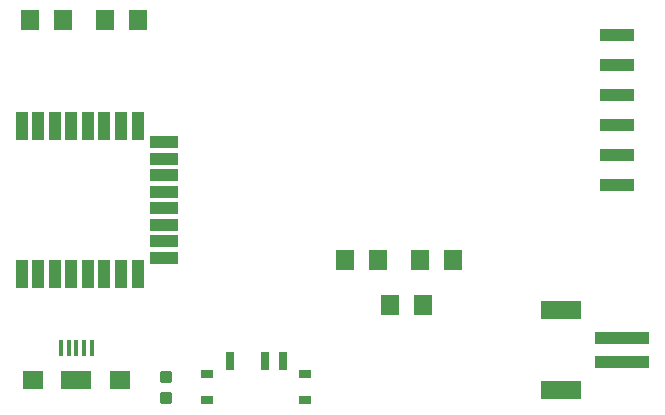
<source format=gtp>
G75*
%MOIN*%
%OFA0B0*%
%FSLAX25Y25*%
%IPPOS*%
%LPD*%
%AMOC8*
5,1,8,0,0,1.08239X$1,22.5*
%
%ADD10R,0.03937X0.09646*%
%ADD11R,0.09646X0.03937*%
%ADD12R,0.18110X0.03937*%
%ADD13R,0.13386X0.06299*%
%ADD14R,0.03937X0.03150*%
%ADD15R,0.02756X0.05906*%
%ADD16C,0.01181*%
%ADD17R,0.11811X0.03937*%
%ADD18R,0.01575X0.05512*%
%ADD19R,0.07087X0.05906*%
%ADD20R,0.05906X0.02756*%
%ADD21R,0.09843X0.05906*%
%ADD22R,0.06299X0.07087*%
D10*
X0045094Y0056740D03*
X0050606Y0056740D03*
X0056118Y0056740D03*
X0061630Y0056740D03*
X0067142Y0056740D03*
X0072654Y0056740D03*
X0078165Y0056740D03*
X0083677Y0056740D03*
X0083677Y0105953D03*
X0078165Y0105953D03*
X0072654Y0105953D03*
X0067142Y0105953D03*
X0061630Y0105953D03*
X0056118Y0105953D03*
X0050606Y0105953D03*
X0045094Y0105953D03*
D11*
X0092535Y0100638D03*
X0092535Y0095126D03*
X0092535Y0089614D03*
X0092535Y0084102D03*
X0092535Y0078591D03*
X0092535Y0073079D03*
X0092535Y0067567D03*
X0092535Y0062055D03*
D12*
X0245311Y0035283D03*
X0245311Y0027409D03*
D13*
X0224839Y0017961D03*
X0224839Y0044732D03*
D14*
X0139583Y0023177D03*
X0139583Y0014516D03*
X0106906Y0014516D03*
X0106906Y0023177D03*
D15*
X0114386Y0027705D03*
X0126197Y0027705D03*
X0132102Y0027705D03*
D16*
X0094622Y0020921D02*
X0091866Y0020921D01*
X0091866Y0023677D01*
X0094622Y0023677D01*
X0094622Y0020921D01*
X0094622Y0022101D02*
X0091866Y0022101D01*
X0091866Y0023281D02*
X0094622Y0023281D01*
X0094622Y0014016D02*
X0091866Y0014016D01*
X0091866Y0016772D01*
X0094622Y0016772D01*
X0094622Y0014016D01*
X0094622Y0015196D02*
X0091866Y0015196D01*
X0091866Y0016376D02*
X0094622Y0016376D01*
D17*
X0243559Y0086346D03*
X0243559Y0096346D03*
X0243559Y0106346D03*
X0243559Y0116346D03*
X0243559Y0126346D03*
X0243559Y0136346D03*
D18*
X0068362Y0031976D03*
X0065803Y0031976D03*
X0063244Y0031976D03*
X0060685Y0031976D03*
X0058126Y0031976D03*
D19*
X0048740Y0021346D03*
X0048756Y0021346D03*
X0077732Y0021346D03*
X0077748Y0021346D03*
D20*
X0063244Y0021346D03*
D21*
X0063244Y0021346D03*
D22*
X0152732Y0061346D03*
X0163756Y0061346D03*
X0177732Y0061346D03*
X0188756Y0061346D03*
X0178756Y0046346D03*
X0167732Y0046346D03*
X0083756Y0141346D03*
X0072732Y0141346D03*
X0058756Y0141346D03*
X0047732Y0141346D03*
M02*

</source>
